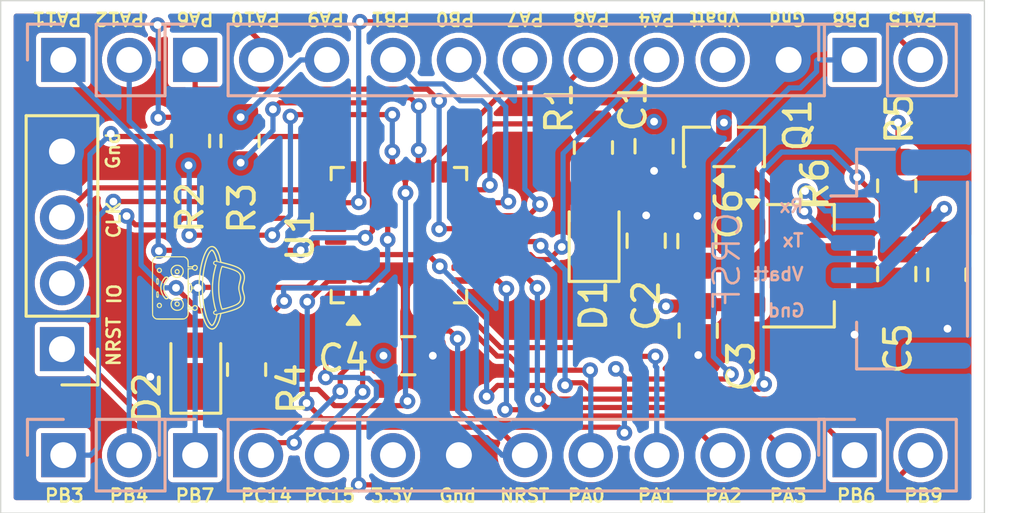
<source format=kicad_pcb>
(kicad_pcb (version 20241229) (generator "pcbnew") (generator_version "9.0")
  (layers (0 "F.Cu" signal) (4 "In1.Cu" power "In1.Cu Gnd") (6 "In2.Cu" power "In2.Cu Vcc") (2 "B.Cu" signal) (13 "F.Paste" user) (15 "B.Paste" user) (5 "F.SilkS" user "F.Silkscreen") (7 "B.SilkS" user "B.Silkscreen") (1 "F.Mask" user) (3 "B.Mask" user) (25 "Edge.Cuts" user))
  (net 0 "")
  (net 1 "+5V")
  (net 2 "Net-(Q1-S)")
  (net 3 "+3.3V")
  (net 4 "GND")
  (net 5 "/VBatt_PA5")
  (net 6 "Net-(D1-A)")
  (net 7 "Net-(D2-A)")
  (net 8 "/PA1")
  (net 9 "/PC15")
  (net 10 "/PA0")
  (net 11 "/PA2")
  (net 12 "/PB7_RX_LP2")
  (net 13 "/NRST")
  (net 14 "/IN1_PC14")
  (net 15 "/PA3")
  (net 16 "/PA9_TX_1")
  (net 17 "/PA7")
  (net 18 "/PB0")
  (net 19 "/PA6")
  (net 20 "/PA10_RX_1")
  (net 21 "/PA4")
  (net 22 "/PA8")
  (net 23 "/PB1")
  (net 24 "/SWCLK")
  (net 25 "/SWDIO")
  (net 26 "/PB4_RX_5")
  (net 27 "/PB3_TX_5")
  (net 28 "/PB6_TX_LP2")
  (net 29 "/IN0_PB9")
  (net 30 "/PA12_I2C2_SDA")
  (net 31 "/PA11_I2C2_SCL")
  (net 32 "/PB8_TX_3{slash}6")
  (net 33 "/DEBUG_PA15")
  (net 34 "/LED_PB2")
  (net 35 "/PA10")
  (net 36 "/PA9")
  (net 37 "/LED2_PC6")
  (footprint "Capacitor_SMD:C_0805_2012Metric" (layer "F.Cu") (at 157.8356 98.4777 -90)
    (property "Reference" "C5")
    (property "Value" "100nF")
  )
  (footprint "Resistor_SMD:R_0805_2012Metric" (layer "F.Cu") (at 132.7912 102.1607 90)
    (property "Reference" "R4")
    (property "Value" "390R")
  )
  (footprint "LED_SMD:LED_0805_2012Metric" (layer "F.Cu") (at 146.177 97.0765 90)
    (property "Reference" "D1")
    (property "Value" "LED")
  )
  (footprint "Resistor_SMD:R_0805_2012Metric" (layer "F.Cu") (at 159.766 98.5031 -90)
    (property "Reference" "R6")
    (property "Value" "1K")
  )
  (footprint "Capacitor_SMD:C_0805_2012Metric" (layer "F.Cu") (at 148.4884 93.5482 -90)
    (property "Reference" "C1")
    (property "Value" "100nF")
  )
  (footprint "Capacitor_SMD:C_0805_2012Metric" (layer "F.Cu") (at 150.1892 100.6602 -90)
    (property "Reference" "C3")
    (property "Value" "100nF")
  )
  (footprint "LED_SMD:LED_0805_2012Metric" (layer "F.Cu") (at 130.8354 102.1588 90)
    (property "Reference" "D2")
    (property "Value" "LED")
  )
  (footprint "Package_DFN_QFN:UQFN-32_5x5mm_P0.5mm" (layer "F.Cu") (at 138.6586 96.9772 90)
    (property "Reference" "U1")
    (property "Value" "STM32G0B1KETx")
  )
  (footprint "Package_TO_SOT_SMD:SOT-23" (layer "F.Cu") (at 151.1808 93.5736 90)
    (property "Reference" "Q1")
    (property "Value" "AO3401A")
  )
  (footprint "Capacitor_SMD:C_0805_2012Metric" (layer "F.Cu") (at 139.0142 101.6254)
    (property "Reference" "C4")
    (property "Value" "1µF")
  )
  (footprint "Resistor_SMD:R_0805_2012Metric" (layer "F.Cu") (at 130.6322 93.345 -90)
    (property "Reference" "R2")
    (property "Value" "470R")
  )
  (footprint "Package_TO_SOT_SMD:SOT-89-3" (layer "F.Cu") (at 154.0706 98.1577)
    (property "Reference" "U2" (hide yes))
    (property "Value" "HT7533-1-SOT89")
  )
  (footprint "Resistor_SMD:R_0805_2012Metric" (layer "F.Cu") (at 132.5372 93.345 -90)
    (property "Reference" "R3")
    (property "Value" "470R")
  )
  (footprint "Logos:wmlogo_5mm" (layer "F.Cu") (at 130.937 99.0092 -90)
    (property "Reference" "G***" (hide yes))
    (property "Value" "LOGO" (hide yes))
  )
  (footprint "Resistor_SMD:R_0805_2012Metric" (layer "F.Cu") (at 157.8356 95.0722 -90)
    (property "Reference" "R5")
    (property "Value" "12K")
  )
  (footprint "Capacitor_SMD:C_0805_2012Metric" (layer "F.Cu") (at 150.1384 97.2058 90)
    (property "Reference" "C6")
    (property "Value" "100nF")
  )
  (footprint "Resistor_SMD:R_0805_2012Metric" (layer "F.Cu") (at 146.1516 93.599 -90)
    (property "Reference" "R1")
    (property "Value" "390R")
  )
  (footprint "Connector_PinHeader_2.54mm:PinHeader_1x04_P2.54mm_Vertical" (layer "F.Cu") (at 125.6792 101.3714 180)
    (property "Reference" "J3" (hide yes))
    (property "Value" "SWD")
  )
  (footprint "Capacitor_SMD:C_0805_2012Metric" (layer "F.Cu") (at 148.1836 97.1911 90)
    (property "Reference" "C2")
    (property "Value" "1µF")
  )
  (footprint "Connector_PinHeader_2.54mm:PinHeader_1x10_P2.54mm_Vertical" (layer "B.Cu") (at 130.81 90.2208 -90)
    (property "Reference" "J2" (hide yes))
    (property "Value" "Header_2")
  )
  (footprint "Connector_PinHeader_2.54mm:PinHeader_1x10_P2.54mm_Vertical" (layer "B.Cu") (at 130.81 105.4608 -90)
    (property "Reference" "J1" (hide yes))
    (property "Value" "Header_1")
  )
  (footprint "Connector_PinHeader_2.54mm:PinHeader_1x02_P2.54mm_Vertical" (layer "B.Cu") (at 156.21 105.4608 -90)
    (property "Reference" "J5" (hide yes))
    (property "Value" "Header_4")
  )
  (footprint "Connector_JST:JST_GH_SM04B-GHS-TB_1x04-1MP_P1.25mm_Horizontal" (layer "B.Cu") (at 158 97.9 -90)
    (property "Reference" "J8" (hide yes))
    (property "Value" "CRSF")
  )
  (footprint "Connector_PinHeader_2.54mm:PinHeader_1x02_P2.54mm_Vertical" (layer "B.Cu") (at 156.21 90.2208 -90)
    (property "Reference" "J7" (hide yes))
    (property "Value" "Header_6")
  )
  (footprint "Connector_PinHeader_2.54mm:PinHeader_1x02_P2.54mm_Vertical" (layer "B.Cu") (at 125.73 90.2208 -90)
    (property "Reference" "J6" (hide yes))
    (property "Value" "Header_5")
  )
  (footprint "Connector_PinHeader_2.54mm:PinHeader_1x02_P2.54mm_Vertical" (layer "B.Cu") (at 125.73 105.4608 -90)
    (property "Reference" "J4" (hide yes))
    (property "Value" "Header_3")
  )
  (gr_rect (start 123.317 87.9348) (end 161.2138 107.696) (stroke (width 0.05)) (fill no) (layer "Edge.Cuts"))
  (gr_text "CLK" (at 127.9652 97.155 90) (layer "F.SilkS") (effects (font (size 0.5 0.5) (thickness 0.1) (bold yes)) (justify left bottom)))
  (gr_text "PA7" (at 144.2974 88.3412 180) (layer "F.SilkS") (effects (font (size 0.5 0.5) (thickness 0.1) (bold yes)) (justify left bottom)))
  (gr_text "PA11" (at 126.492 88.3412 180) (layer "F.SilkS") (effects (font (size 0.5 0.5) (thickness 0.1) (bold yes)) (justify left bottom)))
  (gr_text "Gnd" (at 140.1572 107.315 0) (layer "F.SilkS") (effects (font (size 0.5 0.5) (thickness 0.1) (bold yes)) (justify left bottom)))
  (gr_text "PA2\n" (at 150.3934 107.315 0) (layer "F.SilkS") (effects (font (size 0.5 0.5) (thickness 0.1) (bold yes)) (justify left bottom)))
  (gr_text "PA8" (at 146.8374 88.3412 180) (layer "F.SilkS") (effects (font (size 0.5 0.5) (thickness 0.1) (bold yes)) (justify left bottom)))
  (gr_text "NRST" (at 142.494 107.315 0) (layer "F.SilkS") (effects (font (size 0.5 0.5) (thickness 0.1) (bold yes)) (justify left bottom)))
  (gr_text "PB8" (at 156.8958 88.3412 180) (layer "F.SilkS") (effects (font (size 0.5 0.5) (thickness 0.1) (bold yes)) (justify left bottom)))
  (gr_text "Gnd" (at 127.9398 94.488 90) (layer "F.SilkS") (effects (font (size 0.5 0.5) (thickness 0.1) (bold yes)) (justify left bottom)))
  (gr_text "3.3V" (at 137.5156 107.315 0) (layer "F.SilkS") (effects (font (size 0.5 0.5) (thickness 0.1) (bold yes)) (justify left bottom)))
  (gr_text "PA4" (at 149.352 88.3412 180) (layer "F.SilkS") (effects (font (size 0.5 0.5) (thickness 0.1) (bold yes)) (justify left bottom)))
  (gr_text "NRST" (at 127.9652 102.0826 90) (layer "F.SilkS") (effects (font (size 0.5 0.5) (thickness 0.1) (bold yes)) (justify left bottom)))
  (gr_text "IO" (at 127.9906 99.695 90) (layer "F.SilkS") (effects (font (size 0.5 0.5) (thickness 0.1) (bold yes)) (justify left bottom)))
  (gr_text "PA6" (at 131.572 88.3412 180) (layer "F.SilkS") (effects (font (size 0.5 0.5) (thickness 0.1) (bold yes)) (justify left bottom)))
  (gr_text "PB7" (at 129.9972 107.315 0) (layer "F.SilkS") (effects (font (size 0.5 0.5) (thickness 0.1) (bold yes)) (justify left bottom)))
  (gr_text "Vbatt" (at 151.8412 88.3412 180) (layer "F.SilkS") (effects (font (size 0.5 0.5) (thickness 0.1) (bold yes)) (justify left bottom)))
  (gr_text "PA15" (at 159.4612 88.3412 180) (layer "F.SilkS") (effects (font (size 0.5 0.5) (thickness 0.1) (bold yes)) (justify left bottom)))
  (gr_text "Gnd" (at 154.3812 88.3412 180) (layer "F.SilkS") (effects (font (size 0.5 0.5) (thickness 0.1) (bold yes)) (justify left bottom)))
  (gr_text "PB6" (at 155.4734 107.315 0) (layer "F.SilkS") (effects (font (size 0.5 0.5) (thickness 0.1) (bold yes)) (justify left bottom)))
  (gr_text "PA3" (at 152.8826 107.315 0) (layer "F.SilkS") (effects (font (size 0.5 0.5) (thickness 0.1) (bold yes)) (justify left bottom)))
  (gr_text "PB1" (at 139.1412 88.3412 180) (layer "F.SilkS") (effects (font (size 0.5 0.5) (thickness 0.1) (bold yes)) (justify left bottom)))
  (gr_text "PB9" (at 158.0642 107.315 0) (layer "F.SilkS") (effects (font (size 0.5 0.5) (thickness 0.1) (bold yes)) (justify left bottom)))
  (gr_text "PA12" (at 128.905 88.3412 180) (layer "F.SilkS") (effects (font (size 0.5 0.5) (thickness 0.1) (bold yes)) (justify left bottom)))
  (gr_text "PA10" (at 134.1374 88.3412 180) (layer "F.SilkS") (effects (font (size 0.5 0.5) (thickness 0.1) (bold yes)) (justify left bottom)))
  (gr_text "PC14" (at 132.5118 107.315 0) (layer "F.SilkS") (effects (font (size 0.5 0.5) (thickness 0.1) (bold yes)) (justify left bottom)))
  (gr_text "PB3" (at 124.968 107.315 0) (layer "F.SilkS") (effects (font (size 0.5 0.5) (thickness 0.1) (bold yes)) (justify left bottom)))
  (gr_text "PA0" (at 145.1102 107.315 0) (layer "F.SilkS") (effects (font (size 0.5 0.5) (thickness 0.1) (bold yes)) (justify left bottom)))
  (gr_text "PB4\n" (at 127.4572 107.315 0) (layer "F.SilkS") (effects (font (size 0.5 0.5) (thickness 0.1) (bold yes)) (justify left bottom)))
  (gr_text "PA9" (at 136.6012 88.3412 180) (layer "F.SilkS") (effects (font (size 0.5 0.5) (thickness 0.1) (bold yes)) (justify left bottom)))
  (gr_text "PB0" (at 141.6304 88.3412 180) (layer "F.SilkS") (effects (font (size 0.5 0.5) (thickness 0.1) (bold yes)) (justify left bottom)))
  (gr_text "PC15" (at 134.9502 107.315 0) (layer "F.SilkS") (effects (font (size 0.5 0.5) (thickness 0.1) (bold yes)) (justify left bottom)))
  (gr_text "PA1\n" (at 147.8026 107.315 0) (layer "F.SilkS") (effects (font (size 0.5 0.5) (thickness 0.1) (bold yes)) (justify left bottom)))
  (gr_text "Rx" (at 154.3 96.15 0) (layer "B.SilkS") (effects (font (size 0.5 0.5) (thickness 0.1)) (justify left bottom mirror)))
  (gr_text "Tx" (at 154.3 97.475 0) (layer "B.SilkS") (effects (font (size 0.5 0.5) (thickness 0.1)) (justify left bottom mirror)))
  (gr_text "Gnd" (at 154.35 100.175 0) (layer "B.SilkS") (effects (font (size 0.5 0.5) (thickness 0.1)) (justify left bottom mirror)))
  (gr_text "CRSF" (at 151.875 96 90) (layer "B.SilkS") (effects (font (size 1 1) (thickness 0.1)) (justify left bottom mirror)))
  (gr_text "Vbatt" (at 154.3 98.775 0) (layer "B.SilkS") (effects (font (size 0.5 0.5) (thickness 0.1)) (justify left bottom mirror)))
  (segment (start 151.13 90.3224) (end 151.4348 90.6272) (width 0.2) (layer "F.Cu") (net 1))
  (segment (start 157.8845 94.1597) (end 157.8356 94.1597) (width 0.2) (layer "F.Cu") (net 1))
  (segment (start 157.8864 92.6338) (end 157.8845 94.1597) (width 0.2) (layer "F.Cu") (net 1))
  (segment (start 151.13 92.5853) (end 151.1808 92.6361) (width 0.5) (layer "F.Cu") (net 1))
  (segment (start 151.13 90.2208) (end 151.13 90.3224) (width 0.2) (layer "F.Cu") (net 1))
  (via (at 151.1808 92.6361) (size 0.6) (drill 0.3) (layers "F.Cu" "B.Cu") (net 1))
  (via (at 157.8864 92.6338) (size 0.6) (drill 0.3) (layers "F.Cu" "B.Cu") (net 1))
  (via (at 148.4884 92.5982) (size 0.6) (drill 0.3) (layers "F.Cu" "B.Cu") (net 1))
  (via (at 159.6644 95.9612) (size 0.6) (drill 0.3) (layers "F.Cu" "B.Cu") (net 1))
  (segment (start 156.167 98.542) (end 157.0836 98.542) (width 0.5) (layer "B.Cu") (net 1))
  (segment (start 157.0836 98.542) (end 159.6644 95.9612) (width 0.5) (layer "B.Cu") (net 1))
  (segment (start 156.15 98.525) (end 156.167 98.542) (width 0.5) (layer "B.Cu") (net 1))
  (segment (start 148.1983 98.1558) (end 148.1836 98.1411) (width 0.5) (layer "F.Cu") (net 2))
  (segment (start 152.2081 98.1577) (end 150.1403 98.1577) (width 0.5) (layer "F.Cu") (net 2))
  (segment (start 150.1403 98.1577) (end 150.1384 98.1558) (width 0.5) (layer "F.Cu") (net 2))
  (segment (start 152.1308 94.5111) (end 153.1486 95.5289) (width 0.5) (layer "F.Cu") (net 2))
  (segment (start 150.1384 98.1558) (end 148.1983 98.1558) (width 0.5) (layer "F.Cu") (net 2))
  (segment (start 153.1486 97.2172) (end 152.2081 98.1577) (width 0.5) (layer "F.Cu") (net 2))
  (segment (start 153.1486 95.5289) (end 153.1486 97.2172) (width 0.5) (layer "F.Cu") (net 2))
  (segment (start 138.4086 99.4147) (end 138.4086 101.281) (width 0.2) (layer "F.Cu") (net 3))
  (segment (start 150.2417 99.6577) (end 150.1892 99.7102) (width 0.5) (layer "F.Cu") (net 3))
  (segment (start 138.4086 101.281) (end 138.0642 101.6254) (width 0.2) (layer "F.Cu") (net 3))
  (segment (start 148.9558 99.7102) (end 148.9456 99.7204) (width 0.5) (layer "F.Cu") (net 3))
  (segment (start 138.4198 105.4506) (end 138.43 105.4608) (width 0.5) (layer "F.Cu") (net 3))
  (segment (start 150.1892 99.7102) (end 148.9558 99.7102) (width 0.5) (layer "F.Cu") (net 3))
  (segment (start 152.1206 99.6577) (end 150.2417 99.6577) (width 0.5) (layer "F.Cu") (net 3))
  (via (at 148.9456 99.7204) (size 0.6) (drill 0.3) (layers "F.Cu" "B.Cu") (net 3))
  (via (at 138.0642 101.6254) (size 0.6) (drill 0.3) (layers "F.Cu" "B.Cu") (net 3))
  (segment (start 138.4198 105.4506) (end 138.43 105.4608) (width 0.5) (layer "B.Cu") (net 3))
  (segment (start 146.177 98.014) (end 147.9499 96.2411) (width 0.2) (layer "F.Cu") (net 4))
  (segment (start 159.7539 99.4277) (end 159.766 99.4156) (width 0.2) (layer "F.Cu") (net 4))
  (segment (start 150.1384 96.2558) (end 151.7187 96.2558) (width 0.5) (layer "F.Cu") (net 4))
  (segment (start 150.1892 101.601) (end 150.1902 101.6) (width 0.5) (layer "F.Cu") (net 4))
  (segment (start 138.9086 100.5698) (end 139.9642 101.6254) (width 0.2) (layer "F.Cu") (net 4))
  (segment (start 159.766 100.5586) (end 159.7914 100.584) (width 0.2) (layer "F.Cu") (net 4))
  (segment (start 130.8354 103.0963) (end 129.7409 103.0963) (width 0.2) (layer "F.Cu") (net 4))
  (segment (start 138.9086 99.4147) (end 138.9086 100.5698) (width 0.2) (layer "F.Cu") (net 4))
  (segment (start 159.766 99.4156) (end 159.766 100.5586) (width 0.2) (layer "F.Cu") (net 4))
  (segment (start 147.9499 96.2411) (end 148.1836 96.2411) (width 0.2) (layer "F.Cu") (net 4))
  (segment (start 150.1384 96.2558) (end 148.1983 96.2558) (width 0.5) (layer "F.Cu") (net 4))
  (segment (start 157.8356 99.4277) (end 159.7539 99.4277) (width 0.2) (layer "F.Cu") (net 4))
  (segment (start 129.0805 102.4359) (end 129.0828 102.4382) (width 0.2) (layer "F.Cu") (net 4))
  (segment (start 129.7409 103.0963) (end 129.0828 102.4382) (width 0.2) (layer "F.Cu") (net 4))
  (segment (start 148.1983 96.2558) (end 148.1836 96.2411) (width 0.5) (layer "F.Cu") (net 4))
  (segment (start 151.7187 96.2558) (end 152.1206 96.6577) (width 0.5) (layer "F.Cu") (net 4))
  (segment (start 150.2308 96.1634) (end 150.1592 96.235) (width 0.5) (layer "F.Cu") (net 4))
  (segment (start 148.1836 96.2411) (end 148.1836 96.2152) (width 0.5) (layer "F.Cu") (net 4))
  (segment (start 150.2308 94.5111) (end 150.2308 96.1634) (width 0.5) (layer "F.Cu") (net 4))
  (segment (start 150.1892 101.6102) (end 150.1892 101.601) (width 0.5) (layer "F.Cu") (net 4))
  (segment (start 150.1592 96.235) (end 150.1384 96.2558) (width 0.5) (layer "F.Cu") (net 4))
  (via (at 139.9642 101.6254) (size 0.6) (drill 0.3) (layers "F.Cu" "B.Cu") (net 4))
  (via (at 159.7914 100.584) (size 0.6) (drill 0.3) (layers "F.Cu" "B.Cu") (net 4))
  (via (at 129.0828 102.4382) (size 0.6) (drill 0.3) (layers "F.Cu" "B.Cu") (net 4))
  (via (at 156.21 100.8126) (size 0.6) (drill 0.3) (layers "F.Cu" "B.Cu") (net 4))
  (via (at 148.1836 96.2152) (size 0.6) (drill 0.3) (layers "F.Cu" "B.Cu") (net 4))
  (via (at 148.4884 94.4982) (size 0.6) (drill 0.3) (layers "F.Cu" "B.Cu") (net 4))
  (via (at 150.1902 101.6) (size 0.6) (drill 0.3) (layers "F.Cu" "B.Cu") (net 4))
  (via (at 150.1592 96.235) (size 0.6) (drill 0.3) (layers "F.Cu" "B.Cu") (net 4))
  (segment (start 156.2142 100.8084) (end 156.21 100.8126) (width 0.2) (layer "B.Cu") (net 4))
  (segment (start 156.15 99.775) (end 156.2142 99.8392) (width 0.5) (layer "B.Cu") (net 4))
  (segment (start 156.2142 99.8392) (end 156.2142 100.8084) (width 0.5) (layer "B.Cu") (net 4))
  (segment (start 152.5324 102.9154) (end 152.7302 102.7176) (width 0.2) (layer "F.Cu") (net 5))
  (segment (start 157.8356 97.5277) (end 159.7031 97.5277) (width 0.2) (layer "F.Cu") (net 5))
  (segment (start 145.0594 102.7684) (end 145.1578 102.67) (width 0.2) (layer "F.Cu") (net 5))
  (segment (start 159.7031 97.5277) (end 159.766 97.5906) (width 0.2) (layer "F.Cu") (net 5))
  (segment (start 157.5543 95.9847) (end 157.8356 95.9847) (width 0.2) (layer "F.Cu") (net 5))
  (segment (start 145.753648 102.67) (end 145.999048 102.9154) (width 0.2) (layer "F.Cu") (net 5))
  (segment (start 145.999048 102.9154) (end 152.5324 102.9154) (width 0.2) (layer "F.Cu") (net 5))
  (segment (start 141.0961 97.2272) (end 143.9632 97.2272) (width 0.2) (layer "F.Cu") (net 5))
  (segment (start 156.3116 94.742) (end 157.5543 95.9847) (width 0.2) (layer "F.Cu") (net 5))
  (segment (start 157.7575 96.0628) (end 157.8356 95.9847) (width 0.2) (layer "F.Cu") (net 5))
  (segment (start 143.9632 97.2272) (end 144.1196 97.3836) (width 0.2) (layer "F.Cu") (net 5))
  (segment (start 157.8356 95.9847) (end 157.8356 97.5277) (width 0.2) (layer "F.Cu") (net 5))
  (segment (start 145.1578 102.67) (end 145.753648 102.67) (width 0.2) (layer "F.Cu") (net 5))
  (via (at 145.0594 102.7684) (size 0.6) (drill 0.3) (layers "F.Cu" "B.Cu") (net 5))
  (via (at 144.1196 97.3836) (size 0.6) (drill 0.3) (layers "F.Cu" "B.Cu") (net 5))
  (via (at 156.3116 94.742) (size 0.6) (drill 0.3) (layers "F.Cu" "B.Cu") (net 5))
  (via (at 152.7302 102.7176) (size 0.6) (drill 0.3) (layers "F.Cu" "B.Cu") (net 5))
  (segment (start 152.65 94.525) (end 152.65 102.6374) (width 0.2) (layer "B.Cu") (net 5))
  (segment (start 155.3446 93.775) (end 153.4 93.775) (width 0.2) (layer "B.Cu") (net 5))
  (segment (start 153.4 93.775) (end 152.65 94.525) (width 0.2) (layer "B.Cu") (net 5))
  (segment (start 152.65 102.6374) (end 152.7302 102.7176) (width 0.2) (layer "B.Cu") (net 5))
  (segment (start 156.3116 94.742) (end 155.3446 93.775) (width 0.2) (layer "B.Cu") (net 5))
  (segment (start 145.0594 98.3234) (end 145.0594 102.7684) (width 0.2) (layer "B.Cu") (net 5))
  (segment (start 144.1196 97.3836) (end 145.0594 98.3234) (width 0.2) (layer "B.Cu") (net 5))
  (segment (start 146.1516 94.5115) (end 146.1516 96.1136) (width 0.2) (layer "F.Cu") (net 6))
  (segment (start 146.1516 96.1136) (end 146.177 96.139) (width 0.2) (layer "F.Cu") (net 6))
  (segment (start 132.7643 101.2213) (end 132.7912 101.2482) (width 0.2) (layer "F.Cu") (net 7))
  (segment (start 130.8354 101.2213) (end 132.7643 101.2213) (width 0.2) (layer "F.Cu") (net 7))
  (segment (start 147.451839 101.6508) (end 148.5392 101.6508) (width 0.2) (layer "F.Cu") (net 8))
  (segment (start 140.679595 99.4147) (end 142.580095 101.3152) (width 0.2) (layer "F.Cu") (net 8))
  (segment (start 140.4086 99.4147) (end 140.679595 99.4147) (width 0.2) (layer "F.Cu") (net 8))
  (segment (start 147.116239 101.3152) (end 147.451839 101.6508) (width 0.2) (layer "F.Cu") (net 8))
  (segment (start 142.580095 101.3152) (end 147.116239 101.3152) (width 0.2) (layer "F.Cu") (net 8))
  (via (at 148.5392 101.6508) (size 0.6) (drill 0.3) (layers "F.Cu" "B.Cu") (net 8))
  (segment (start 148.5392 102.0318) (end 148.59 102.0826) (width 0.2) (layer "B.Cu") (net 8))
  (segment (start 148.5392 101.6508) (end 148.5392 102.0318) (width 0.2) (layer "B.Cu") (net 8))
  (segment (start 148.59 102.0826) (end 148.59 105.4608) (width 0.2) (layer "B.Cu") (net 8))
  (segment (start 137.9086 100.373078) (end 137.3362 100.945478) (width 0.2) (layer "F.Cu") (net 9))
  (segment (start 137.3362 100.945478) (end 137.3362 101.891496) (width 0.2) (layer "F.Cu") (net 9))
  (segment (start 137.3362 101.891496) (end 137.2616 101.966096) (width 0.2) (layer "F.Cu") (net 9))
  (segment (start 137.9086 99.4147) (end 137.9086 100.373078) (width 0.2) (layer "F.Cu") (net 9))
  (segment (start 137.2616 101.966096) (end 137.2616 103.0224) (width 0.2) (layer "F.Cu") (net 9))
  (segment (start 137.411188 103.0224) (end 137.2616 103.0224) (width 0.2) (layer "F.Cu") (net 9))
  (segment (start 137.4586 102.974988) (end 137.411188 103.0224) (width 0.2) (layer "F.Cu") (net 9))
  (via (at 137.2616 103.0224) (size 0.6) (drill 0.3) (layers "F.Cu" "B.Cu") (net 9))
  (segment (start 137.2616 103.0224) (end 135.89 104.394) (width 0.2) (layer "B.Cu") (net 9))
  (segment (start 135.89 104.394) (end 135.89 105.4608) (width 0.2) (layer "B.Cu") (net 9))
  (segment (start 139.9086 99.4147) (end 139.9086 99.827199) (width 0.2) (layer "F.Cu") (net 10))
  (segment (start 140.426801 100.3454) (end 141.147847 100.3454) (width 0.2) (layer "F.Cu") (net 10))
  (segment (start 139.9086 99.827199) (end 140.426801 100.3454) (width 0.2) (layer "F.Cu") (net 10))
  (segment (start 143.449095 102.1842) (end 146.0246 102.1842) (width 0.2) (layer "F.Cu") (net 10))
  (segment (start 142.907095 101.6422) (end 143.449095 102.1842) (width 0.2) (layer "F.Cu") (net 10))
  (segment (start 141.147847 100.3454) (end 142.444647 101.6422) (width 0.2) (layer "F.Cu") (net 10))
  (segment (start 142.444647 101.6422) (end 142.907095 101.6422) (width 0.2) (layer "F.Cu") (net 10))
  (via (at 146.0246 102.1842) (size 0.6) (drill 0.3) (layers "F.Cu" "B.Cu") (net 10))
  (segment (start 146.05 102.2096) (end 146.05 105.4608) (width 0.2) (layer "B.Cu") (net 10))
  (segment (start 146.0246 102.1842) (end 146.05 102.2096) (width 0.2) (layer "B.Cu") (net 10))
  (segment (start 143.505161 103.7082) (end 143.748761 103.9518) (width 0.2) (layer "F.Cu") (net 11))
  (segment (start 142.4826 98.7272) (end 142.7988 99.0434) (width 0.2) (layer "F.Cu") (net 11))
  (segment (start 143.748761 103.9518) (end 149.621 103.9518) (width 0.2) (layer "F.Cu") (net 11))
  (segment (start 141.0961 98.7272) (end 142.4826 98.7272) (width 0.2) (layer "F.Cu") (net 11))
  (segment (start 149.621 103.9518) (end 151.13 105.4608) (width 0.2) (layer "F.Cu") (net 11))
  (segment (start 142.748 103.7082) (end 143.505161 103.7082) (width 0.2) (layer "F.Cu") (net 11))
  (via (at 142.748 103.7082) (size 0.6) (drill 0.3) (layers "F.Cu" "B.Cu") (net 11))
  (via (at 142.7988 99.0434) (size 0.6) (drill 0.3) (layers "F.Cu" "B.Cu") (net 11))
  (segment (start 142.7988 103.6574) (end 142.748 103.7082) (width 0.2) (layer "B.Cu") (net 11))
  (segment (start 142.7988 99.0434) (end 142.7988 103.6574) (width 0.2) (layer "B.Cu") (net 11))
  (segment (start 130.9316 98.9892) (end 135.134038 98.9892) (width 0.2) (layer "F.Cu") (net 12))
  (segment (start 130.9116 99.0092) (end 130.9316 98.9892) (width 0.2) (layer "F.Cu") (net 12))
  (segment (start 135.896038 98.2272) (end 136.2211 98.2272) (width 0.2) (layer "F.Cu") (net 12))
  (segment (start 135.134038 98.9892) (end 135.896038 98.2272) (width 0.2) (layer "F.Cu") (net 12))
  (segment (start 130.9436 98.9772) (end 130.9116 99.0092) (width 0.2) (layer "F.Cu") (net 12))
  (via (at 130.9116 99.0092) (size 0.6) (drill 0.3) (layers "F.Cu" "B.Cu") (net 12))
  (segment (start 130.9116 99.0092) (end 130.81 99.1108) (width 0.2) (layer "B.Cu") (net 12))
  (segment (start 130.81 99.1108) (end 130.81 105.4608) (width 0.2) (layer "B.Cu") (net 12))
  (segment (start 140.6266 100.6724) (end 140.9192 100.965) (width 0.2) (layer "F.Cu") (net 13))
  (segment (start 128.778 104.013) (end 131.445 104.013) (width 0.2) (layer "F.Cu") (net 13))
  (segment (start 131.8148 104.3828) (end 142.213447 104.3828) (width 0.2) (layer "F.Cu") (net 13))
  (segment (start 131.445 104.013) (end 131.8148 104.3828) (width 0.2) (layer "F.Cu") (net 13))
  (segment (start 139.4086 99.4147) (end 139.4086 99.827199) (width 0.2) (layer "F.Cu") (net 13))
  (segment (start 139.4086 99.827199) (end 140.253801 100.6724) (width 0.2) (layer "F.Cu") (net 13))
  (segment (start 140.419122 100.6724) (end 140.6266 100.6724) (width 0.2) (layer "F.Cu") (net 13))
  (segment (start 142.213447 104.3828) (end 142.393847 104.5632) (width 0.2) (layer "F.Cu") (net 13))
  (segment (start 142.393847 104.5632) (end 142.6124 104.5632) (width 0.2) (layer "F.Cu") (net 13))
  (segment (start 126.1364 101.3714) (end 128.778 104.013) (width 0.2) (layer "F.Cu") (net 13))
  (segment (start 140.253801 100.6724) (end 140.419122 100.6724) (width 0.2) (layer "F.Cu") (net 13))
  (segment (start 125.6792 101.3714) (end 126.1364 101.3714) (width 0.2) (layer "F.Cu") (net 13))
  (segment (start 142.6124 104.5632) (end 143.51 105.4608) (width 0.2) (layer "F.Cu") (net 13))
  (via (at 140.9192 100.965) (size 0.6) (drill 0.3) (layers "F.Cu" "B.Cu") (net 13))
  (segment (start 142.6358 105.4608) (end 143.51 105.4608) (width 0.2) (layer "B.Cu") (net 13))
  (segment (start 140.9192 103.7442) (end 142.6358 105.4608) (width 0.2) (layer "B.Cu") (net 13))
  (segment (start 140.9192 100.965) (end 140.9192 103.7442) (width 0.2) (layer "B.Cu") (net 13))
  (segment (start 137.4086 100.41063) (end 137.0092 100.81003) (width 0.2) (layer "F.Cu") (net 14))
  (segment (start 137.0092 101.756048) (end 136.398 102.367248) (width 0.2) (layer "F.Cu") (net 14))
  (segment (start 133.8326 104.9782) (end 133.35 105.4608) (width 0.2) (layer "F.Cu") (net 14))
  (segment (start 134.62 104.9782) (end 133.8326 104.9782) (width 0.2) (layer "F.Cu") (net 14))
  (segment (start 137.0092 100.81003) (end 137.0092 101.756048) (width 0.2) (layer "F.Cu") (net 14))
  (segment (start 137.4086 99.4147) (end 137.4086 100.41063) (width 0.2) (layer "F.Cu") (net 14))
  (segment (start 136.398 102.367248) (end 136.398 102.997) (width 0.2) (layer "F.Cu") (net 14))
  (via (at 136.398 102.997) (size 0.6) (drill 0.3) (layers "F.Cu" "B.Cu") (net 14))
  (via (at 134.62 104.9782) (size 0.6) (drill 0.3) (layers "F.Cu" "B.Cu") (net 14))
  (segment (start 136.398 102.997) (end 134.62 104.775) (width 0.2) (layer "B.Cu") (net 14))
  (segment (start 134.62 104.775) (end 134.62 104.9782) (width 0.2) (layer "B.Cu") (net 14))
  (segment (start 141.0961 98.2272) (end 143.2106 98.2272) (width 0.2) (layer "F.Cu") (net 15))
  (segment (start 144.018 103.3018) (end 144.3396 103.6234) (width 0.2) (layer "F.Cu") (net 15))
  (segment (start 144.3396 103.6234) (end 151.8326 103.6234) (width 0.2) (layer "F.Cu") (net 15))
  (segment (start 143.2106 98.2272) (end 143.9926 99.0092) (width 0.2) (layer "F.Cu") (net 15))
  (segment (start 151.8326 103.6234) (end 153.67 105.4608) (width 0.2) (layer "F.Cu") (net 15))
  (via (at 144.018 103.3018) (size 0.6) (drill 0.3) (layers "F.Cu" "B.Cu") (net 15))
  (via (at 143.9926 99.0092) (size 0.6) (drill 0.3) (layers "F.Cu" "B.Cu") (net 15))
  (segment (start 143.9926 103.2764) (end 144.018 103.3018) (width 0.2) (layer "B.Cu") (net 15))
  (segment (start 143.9926 99.0092) (end 143.9926 103.2764) (width 0.2) (layer "B.Cu") (net 15))
  (segment (start 132.5372 92.4325) (end 132.5607 92.4325) (width 0.2) (layer "F.Cu") (net 16))
  (segment (start 132.5607 92.4325) (end 132.5626 92.4306) (width 0.2) (layer "F.Cu") (net 16))
  (via (at 154.2796 96.0628) (size 0.6) (drill 0.3) (layers "F.Cu" "B.Cu") (net 16))
  (via (at 132.5626 92.4306) (size 0.6) (drill 0.3) (layers "F.Cu" "B.Cu") (net 16))
  (segment (start 132.5626 92.4306) (end 132.664723 92.4306) (width 0.2) (layer "B.Cu") (net 16))
  (segment (start 156.15 97.275) (end 156.133 97.292) (width 0.2) (layer "B.Cu") (net 16))
  (segment (start 132.664723 92.4306) (end 134.874523 90.2208) (width 0.2) (layer "B.Cu") (net 16))
  (segment (start 155.5088 97.292) (end 154.2796 96.0628) (width 0.2) (layer "B.Cu") (net 16))
  (segment (start 134.874523 90.2208) (end 135.89 90.2208) (width 0.2) (layer "B.Cu") (net 16))
  (segment (start 156.133 97.292) (end 155.5088 97.292) (width 0.2) (layer "B.Cu") (net 16))
  (segment (start 143.6504 96.2272) (end 144.0942 95.7834) (width 0.2) (layer "F.Cu") (net 17))
  (segment (start 144.088 95.7772) (end 144.0942 95.7834) (width 0.2) (layer "F.Cu") (net 17))
  (segment (start 141.0961 96.2272) (end 143.6504 96.2272) (width 0.2) (layer "F.Cu") (net 17))
  (via (at 144.0942 95.7834) (size 0.6) (drill 0.3) (layers "F.Cu" "B.Cu") (net 17))
  (segment (start 144.0942 95.7834) (end 143.51 95.1992) (width 0.2) (layer "B.Cu") (net 17))
  (segment (start 143.51 95.1992) (end 143.51 90.2208) (width 0.2) (layer "B.Cu") (net 17))
  (segment (start 141.0961 95.7272) (end 142.8296 95.7272) (width 0.2) (layer "F.Cu") (net 18))
  (segment (start 142.8296 95.7272) (end 142.875 95.6818) (width 0.2) (layer "F.Cu") (net 18))
  (via (at 142.875 95.6818) (size 0.6) (drill 0.3) (layers "F.Cu" "B.Cu") (net 18))
  (segment (start 142.875 95.6818) (end 142.7734 95.5802) (width 0.2) (layer "B.Cu") (net 18))
  (segment (start 142.7734 95.5802) (end 142.7734 92.0242) (width 0.2) (layer "B.Cu") (net 18))
  (segment (start 142.7734 92.0242) (end 140.97 90.2208) (width 0.2) (layer "B.Cu") (net 18))
  (segment (start 140.2294 96.7272) (end 140.208 96.7486) (width 0.2) (layer "F.Cu") (net 19))
  (segment (start 139.7612 91.3488) (end 130.888 91.3488) (width 0.2) (layer "F.Cu") (net 19))
  (segment (start 141.0961 96.7272) (end 140.2294 96.7272) (width 0.2) (layer "F.Cu") (net 19))
  (segment (start 130.888 91.3488) (end 130.81 91.2708) (width 0.2) (layer "F.Cu") (net 19))
  (segment (start 140.208 91.7956) (end 139.7612 91.3488) (width 0.2) (layer "F.Cu") (net 19))
  (segment (start 130.81 91.2708) (end 130.81 90.2208) (width 0.2) (layer "F.Cu") (net 19))
  (via (at 140.208 96.7486) (size 0.6) (drill 0.3) (layers "F.Cu" "B.Cu") (net 19))
  (via (at 140.208 91.7956) (size 0.6) (drill 0.3) (layers "F.Cu" "B.Cu") (net 19))
  (segment (start 140.208 96.7486) (end 140.208 91.7956) (width 0.2) (layer "B.Cu") (net 19))
  (segment (start 132.6896 88.8746) (end 133.35 89.535) (width 0.2) (layer "F.Cu") (net 20))
  (segment (start 133.35 89.535) (end 133.35 90.2208) (width 0.2) (layer "F.Cu") (net 20))
  (segment (start 129.4111 92.4325) (end 129.3876 92.456) (width 0.2) (layer "F.Cu") (net 20))
  (segment (start 129.3622 88.8746) (end 132.6896 88.8746) (width 0.2) (layer "F.Cu") (net 20))
  (segment (start 130.6322 92.4325) (end 129.4111 92.4325) (width 0.2) (layer "F.Cu") (net 20))
  (via (at 129.3622 88.8746) (size 0.6) (drill 0.3) (layers "F.Cu" "B.Cu") (net 20))
  (via (at 154.305 95.2754) (size 0.6) (drill 0.3) (layers "F.Cu" "B.Cu") (net 20))
  (via (at 129.3876 92.456) (size 0.6) (drill 0.3) (layers "F.Cu" "B.Cu") (net 20))
  (segment (start 156.5402 96.0882) (end 156.5656 96.0628) (width 0.2) (layer "B.Cu") (net 20))
  (segment (start 156.133 96.042) (end 155.0716 96.042) (width 0.2) (layer "B.Cu") (net 20))
  (segment (start 129.3876 88.9) (end 129.3622 88.8746) (width 0.2) (layer "B.Cu") (net 20))
  (segment (start 155.0716 96.042) (end 154.305 95.2754) (width 0.2) (layer "B.Cu") (net 20))
  (segment (start 129.3876 92.456) (end 129.3876 88.9) (width 0.2) (layer "B.Cu") (net 20))
  (segment (start 156.15 96.025) (end 156.133 96.042) (width 0.2) (layer "B.Cu") (net 20))
  (segment (start 143.716495 97.7272) (end 143.906295 97.917) (width 0.2) (layer "F.Cu") (net 21))
  (segment (start 144.4498 97.917) (end 144.9324 97.4344) (width 0.2) (layer "F.Cu") (net 21))
  (segment (start 141.0961 97.7272) (end 143.716495 97.7272) (width 0.2) (layer "F.Cu") (net 21))
  (segment (start 143.906295 97.917) (end 144.4498 97.917) (width 0.2) (layer "F.Cu") (net 21))
  (via (at 144.9324 97.4344) (size 0.6) (drill 0.3) (layers "F.Cu" "B.Cu") (net 21))
  (segment (start 144.9832 97.3836) (end 144.9832 93.8276) (width 0.2) (layer "B.Cu") (net 21))
  (segment (start 144.9832 93.8276) (end 148.59 90.2208) (width 0.2) (layer "B.Cu") (net 21))
  (segment (start 144.9324 97.4344) (end 144.9832 97.3836) (width 0.2) (layer "B.Cu") (net 21))
  (segment (start 139.9086 94.214638) (end 142.824438 91.2988) (width 0.2) (layer "F.Cu") (net 22))
  (segment (start 142.824438 91.2988) (end 144.972 91.2988) (width 0.2) (layer "F.Cu") (net 22))
  (segment (start 144.972 91.2988) (end 146.05 90.2208) (width 0.2) (layer "F.Cu") (net 22))
  (segment (start 139.9086 94.5397) (end 139.9086 94.214638) (width 0.2) (layer "F.Cu") (net 22))
  (segment (start 141.9834 95.2272) (end 142.1638 95.0468) (width 0.2) (layer "F.Cu") (net 23))
  (segment (start 141.0961 95.2272) (end 141.9834 95.2272) (width 0.2) (layer "F.Cu") (net 23))
  (via (at 142.1638 95.0468) (size 0.6) (drill 0.3) (layers "F.Cu" "B.Cu") (net 23))
  (segment (start 142.1638 95.0468) (end 142.1638 92.1004) (width 0.2) (layer "B.Cu") (net 23))
  (segment (start 142.1638 92.1004) (end 141.859 91.7956) (width 0.2) (layer "B.Cu") (net 23))
  (segment (start 140.370277 91.1456) (end 139.3548 91.1456) (width 0.2) (layer "B.Cu") (net 23))
  (segment (start 141.859 91.7956) (end 141.020277 91.7956) (width 0.2) (layer "B.Cu") (net 23))
  (segment (start 141.020277 91.7956) (end 140.370277 91.1456) (width 0.2) (layer "B.Cu") (net 23))
  (segment (start 139.3548 91.1456) (end 138.43 90.2208) (width 0.2) (layer "B.Cu") (net 23))
  (segment (start 133.109722 95.2272) (end 136.2211 95.2272) (width 0.2) (layer "F.Cu") (net 24))
  (segment (start 133.036322 95.1538) (end 126.8168 95.1538) (width 0.2) (layer "F.Cu") (net 24))
  (segment (start 133.036322 95.1538) (end 133.109722 95.2272) (width 0.2) (layer "F.Cu") (net 24))
  (segment (start 126.8168 95.1538) (end 125.6792 96.2914) (width 0.2) (layer "F.Cu") (net 24))
  (segment (start 135.5419 93.173) (end 136.9086 94.5397) (width 0.2) (layer "F.Cu") (net 25))
  (segment (start 127.5588 93.0656) (end 127.6662 93.173) (width 0.2) (layer "F.Cu") (net 25))
  (segment (start 127.6662 93.173) (end 135.5419 93.173) (width 0.2) (layer "F.Cu") (net 25))
  (via (at 127.5588 93.0656) (size 0.6) (drill 0.3) (layers "F.Cu" "B.Cu") (net 25))
  (segment (start 126.7572 93.8672) (end 126.7572 97.7534) (width 0.2) (layer "B.Cu") (net 25))
  (segment (start 127.5588 93.0656) (end 126.7572 93.8672) (width 0.2) (layer "B.Cu") (net 25))
  (segment (start 126.7572 97.7534) (end 125.6792 98.8314) (width 0.2) (layer "B.Cu") (net 25))
  (segment (start 130.312161 96.3272) (end 130.062161 96.5772) (width 0.2) (layer "F.Cu") (net 26))
  (segment (start 128.505 96.5772) (end 128.1684 96.2406) (width 0.2) (layer "F.Cu") (net 26))
  (segment (start 134.2336 96.3272) (end 134.6336 96.7272) (width 0.2) (layer "F.Cu") (net 26))
  (segment (start 134.2336 96.3272) (end 130.312161 96.3272) (width 0.2) (layer "F.Cu") (net 26))
  (segment (start 134.6336 96.7272) (end 136.2211 96.7272) (width 0.2) (layer "F.Cu") (net 26))
  (segment (start 130.062161 96.5772) (end 128.505 96.5772) (width 0.2) (layer "F.Cu") (net 26))
  (via (at 128.1684 96.2406) (size 0.6) (drill 0.3) (layers "F.Cu" "B.Cu") (net 26))
  (segment (start 128.1684 96.2406) (end 128.27 96.3422) (width 0.2) (layer "B.Cu") (net 26))
  (segment (start 128.27 96.3422) (end 128.27 105.4608) (width 0.2) (layer "B.Cu") (net 26))
  (segment (start 135.263201 95.6818) (end 135.808601 96.2272) (width 0.2) (layer "F.Cu") (net 27))
  (segment (start 127.6604 95.6818) (end 135.263201 95.6818) (width 0.2) (layer "F.Cu") (net 27))
  (segment (start 135.808601 96.2272) (end 136.2211 96.2272) (width 0.2) (layer "F.Cu") (net 27))
  (via (at 127.6604 95.6818) (size 0.6) (drill 0.3) (layers "F.Cu" "B.Cu") (net 27))
  (segment (start 127.6604 95.6818) (end 127.0842 96.258) (width 0.2) (layer "B.Cu") (net 27))
  (segment (start 126.78 105.4608) (end 125.73 105.4608) (width 0.2) (layer "B.Cu") (net 27))
  (segment (start 127.0842 105.1566) (end 126.78 105.4608) (width 0.2) (layer "B.Cu") (net 27))
  (segment (start 127.0842 96.258) (end 127.0842 105.1566) (width 0.2) (layer "B.Cu") (net 27))
  (segment (start 154.0456 103.2964) (end 144.759305 103.2964) (width 0.2) (layer "F.Cu") (net 28))
  (segment (start 156.21 105.4608) (end 154.0456 103.2964) (width 0.2) (layer "F.Cu") (net 28))
  (segment (start 136.2211 97.7272) (end 139.7834 97.7272) (width 0.2) (layer "F.Cu") (net 28))
  (segment (start 144.236705 102.7738) (end 142.4632 102.7738) (width 0.2) (layer "F.Cu") (net 28))
  (segment (start 139.7834 97.7272) (end 140.2334 98.1772) (width 0.2) (layer "F.Cu") (net 28))
  (segment (start 144.759305 103.2964) (end 144.236705 102.7738) (width 0.2) (layer "F.Cu") (net 28))
  (segment (start 142.4632 102.7738) (end 142.0368 103.2002) (width 0.2) (layer "F.Cu") (net 28))
  (via (at 142.0368 103.2002) (size 0.6) (drill 0.3) (layers "F.Cu" "B.Cu") (net 28))
  (via (at 140.2334 98.1772) (size 0.6) (drill 0.3) (layers "F.Cu" "B.Cu") (net 28))
  (segment (start 142.0368 99.9806) (end 142.0368 103.2002) (width 0.2) (layer "B.Cu") (net 28))
  (segment (start 140.2334 98.1772) (end 142.0368 99.9806) (width 0.2) (layer "B.Cu") (net 28))
  (segment (start 157.607 106.6038) (end 158.75 105.4608) (width 0.2) (layer "F.Cu") (net 29))
  (segment (start 135.8392 100.4841) (end 135.8392 102.4636) (width 0.2) (layer "F.Cu") (net 29))
  (segment (start 136.9086 99.4147) (end 135.8392 100.4841) (width 0.2) (layer "F.Cu") (net 29))
  (segment (start 137.1092 106.6038) (end 157.607 106.6038) (width 0.2) (layer "F.Cu") (net 29))
  (via (at 135.8392 102.4636) (size 0.6) (drill 0.3) (layers "F.Cu" "B.Cu") (net 29))
  (via (at 137.1092 106.6038) (size 0.6) (drill 0.3) (layers "F.Cu" "B.Cu") (net 29))
  (segment (start 137.1092 102.4944) (end 137.480305 102.4944) (width 0.2) (layer "B.Cu") (net 29))
  (segment (start 137.7896 102.803695) (end 137.7896 103.241105) (width 0.2) (layer "B.Cu") (net 29))
  (segment (start 137.480305 102.4944) (end 137.7896 102.803695) (width 0.2) (layer "B.Cu") (net 29))
  (segment (start 135.8392 102.4636) (end 137.1092 102.4636) (width 0.2) (layer "B.Cu") (net 29))
  (segment (start 137.7896 103.241105) (end 137.1092 103.921505) (width 0.2) (layer "B.Cu") (net 29))
  (segment (start 137.1092 102.4636) (end 137.1092 102.4944) (width 0.2) (layer "B.Cu") (net 29))
  (segment (start 137.1092 103.921505) (end 137.1092 106.6038) (width 0.2) (layer "B.Cu") (net 29))
  (segment (start 137.6372 96.8048) (end 137.3632 97.0788) (width 0.2) (layer "F.Cu") (net 30))
  (segment (start 137.6372 95.488495) (end 137.6372 96.8048) (width 0.2) (layer "F.Cu") (net 30))
  (segment (start 137.4086 94.5397) (end 137.4086 95.259895) (width 0.2) (layer "F.Cu") (net 30))
  (segment (start 137.4086 95.259895) (end 137.6372 95.488495) (width 0.2) (layer "F.Cu") (net 30))
  (segment (start 129.4384 97.5614) (end 129.413 97.5868) (width 0.2) (layer "F.Cu") (net 30))
  (segment (start 134.874 97.5614) (end 129.4384 97.5614) (width 0.2) (layer "F.Cu") (net 30))
  (segment (start 137.4586 94.4056) (end 137.4648 94.4118) (width 0.2) (layer "F.Cu") (net 30))
  (via (at 134.874 97.5614) (size 0.6) (drill 0.3) (layers "F.Cu" "B.Cu") (net 30))
  (via (at 129.413 97.5868) (size 0.6) (drill 0.3) (layers "F.Cu" "B.Cu") (net 30))
  (via (at 137.3632 97.0788) (size 0.6) (drill 0.3) (layers "F.Cu" "B.Cu") (net 30))
  (segment (start 135.3566 97.0788) (end 134.874 97.5614) (width 0.2) (layer "B.Cu") (net 30))
  (segment (start 129.3876 93.685247) (end 128.27 92.567647) (width 0.2) (layer "B.Cu") (net 30))
  (segment (start 137.3632 97.0788) (end 135.3566 97.0788) (width 0.2) (layer "B.Cu") (net 30))
  (segment (start 128.27 92.567647) (end 128.27 90.2208) (width 0.2) (layer "B.Cu") (net 30))
  (segment (start 129.3876 93.685247) (end 129.3876 97.5614) (width 0.2) (layer "B.Cu") (net 30))
  (segment (start 129.3876 97.5614) (end 129.413 97.5868) (width 0.2) (layer "B.Cu") (net 30))
  (segment (start 130.0734 99.0092) (end 130.9624 99.8982) (width 0.2) (layer "F.Cu") (net 31))
  (segment (start 137.9086 94.952199) (end 138.2268 95.270399) (width 0.2) (layer "F.Cu") (net 31))
  (segment (start 130.9624 99.8982) (end 133.858 99.8982) (width 0.2) (layer "F.Cu") (net 31))
  (segment (start 138.2268 95.270399) (end 138.2268 97.155) (width 0.2) (layer "F.Cu") (net 31))
  (segment (start 137.9086 94.5397) (end 137.9086 94.952199) (width 0.2) (layer "F.Cu") (net 31))
  (segment (start 133.858 99.8982) (end 134.239 99.5172) (width 0.2) (layer "F.Cu") (net 31))
  (via (at 134.239 99.5172) (size 0.6) (drill 0.3) (layers "F.Cu" "B.Cu") (net 31))
  (via (at 130.0734 99.0092) (size 0.6) (drill 0.3) (layers "F.Cu" "B.Cu") (net 31))
  (via (at 138.2268 97.155) (size 0.6) (drill 0.3) (layers "F.Cu" "B.Cu") (net 31))
  (segment (start 128.7272 98.1272) (end 129.6092 99.0092) (width 0.2) (layer "B.Cu") (net 31))
  (segment (start 129.6092 99.0092) (end 130.0734 99.0092) (width 0.2) (layer "B.Cu") (net 31))
  (segment (start 125.73 90.2208) (end 125.73 90.490095) (width 0.2) (layer "B.Cu") (net 31))
  (segment (start 125.73 90.490095) (end 128.7272 93.487295) (width 0.2) (layer "B.Cu") (net 31))
  (segment (start 134.2082 99.0146) (end 137.520305 99.0146) (width 0.2) (layer "B.Cu") (net 31))
  (segment (start 138.2268 98.308105) (end 138.2268 97.155) (width 0.2) (layer "B.Cu") (net 31))
  (segment (start 134.239 99.5172) (end 134.2082 99.0146) (width 0.2) (layer "B.Cu") (net 31))
  (segment (start 128.7272 93.487295) (end 128.7272 98.1272) (width 0.2) (layer "B.Cu") (net 31))
  (segment (start 137.520305 99.0146) (end 138.2268 98.308105) (width 0.2) (layer "B.Cu") (net 31))
  (segment (start 135.1026 103.4542) (end 135.7032 104.0548) (width 0.2) (layer "F.Cu") (net 32))
  (segment (start 147.4068 102.525) (end 147.0152 102.1334) (width 0.2) (layer "F.Cu") (net 32))
  (segment (start 151.2632 102.525) (end 147.4068 102.525) (width 0.2) (layer "F.Cu") (net 32))
  (segment (start 142.916877 104.2362) (end 143.063477 104.3828) (width 0.2) (layer "F.Cu") (net 32))
  (segment (start 135.7032 104.0548) (end 142.347895 104.0548) (width 0.2) (layer "F.Cu") (net 32))
  (segment (start 147.131 104.3828) (end 147.3454 104.5972) (width 0.2) (layer "F.Cu") (net 32))
  (segment (start 143.063477 104.3828) (end 147.131 104.3828) (width 0.2) (layer "F.Cu") (net 32))
  (segment (start 142.347895 104.0548) (end 142.529295 104.2362) (width 0.2) (layer "F.Cu") (net 32))
  (segment (start 151.45 102.3382) (end 151.2632 102.525) (width 0.2) (layer "F.Cu") (net 32))
  (segment (start 142.529295 104.2362) (end 142.916877 104.2362) (width 0.2) (layer "F.Cu") (net 32))
  (segment (start 136.2211 98.7272) (end 135.9434 98.7272) (width 0.2) (layer "F.Cu") (net 32))
  (segment (start 135.9434 98.7272) (end 135.128 99.5426) (width 0.2) (layer "F.Cu") (net 32))
  (via (at 151.45 102.3382) (size 0.6) (drill 0.3) (layers "F.Cu" "B.Cu") (net 32))
  (via (at 147.3454 104.5972) (size 0.6) (drill 0.3) (layers "F.Cu" "B.Cu") (net 32))
  (via (at 135.128 99.5426) (size 0.6) (drill 0.3) (layers "F.Cu" "B.Cu") (net 32))
  (via (at 147.0152 102.1334) (size 0.6) (drill 0.3) (layers "F.Cu" "B.Cu") (net 32))
  (via (at 135.1026 103.4542) (size 0.6) (drill 0.3) (layers "F.Cu" "B.Cu") (net 32))
  (segment (start 154.748 90.252) (end 154.7792 90.2208) (width 0.2) (layer "B.Cu") (net 32))
  (segment (start 151.45 102.3382) (end 150.775 101.6632) (width 0.2) (layer "B.Cu") (net 32))
  (segment (start 135.128 103.4288) (end 135.1026 103.4542) (width 0.2) (layer "B.Cu") (net 32))
  (segment (start 135.128 99.5426) (end 135.128 103.4288) (width 0.2) (layer "B.Cu") (net 32))
  (segment (start 150.775 94.225) (end 153.7012 91.2988) (width 0.2) (layer "B.Cu") (net 32))
  (segment (start 154.116523 91.2988) (end 154.748 90.667323) (width 0.2) (layer "B.Cu") (net 32))
  (segment (start 154.7792 90.2208) (end 156.21 90.2208) (width 0.2) (layer "B.Cu") (net 32))
  (segment (start 147.3454 102.4636) (end 147.0152 102.1334) (width 0.2) (layer "B.Cu") (net 32))
  (segment (start 147.3454 104.5972) (end 147.3454 102.4636) (width 0.2) (layer "B.Cu") (net 32))
  (segment (start 150.775 101.6632) (end 150.775 94.225) (width 0.2) (layer "B.Cu") (net 32))
  (segment (start 154.748 90.667323) (end 154.748 90.252) (width 0.2) (layer "B.Cu") (net 32))
  (segment (start 153.7012 91.2988) (end 154.116523 91.2988) (width 0.2) (layer "B.Cu") (net 32))
  (segment (start 136.2211 95.7272) (end 137.0892 95.7272) (width 0.2) (layer "F.Cu") (net 33))
  (segment (start 157.2768 88.7476) (end 137.16 88.7476) (width 0.2) (layer "F.Cu") (net 33))
  (segment (start 158.75 90.2208) (end 157.2768 88.7476) (width 0.2) (layer "F.Cu") (net 33))
  (segment (start 137.0892 95.7272) (end 137.1092 95.7072) (width 0.2) (layer "F.Cu") (net 33))
  (via (at 137.16 88.7476) (size 0.6) (drill 0.3) (layers "F.Cu" "B.Cu") (net 33))
  (via (at 137.1092 95.7072) (size 0.6) (drill 0.3) (layers "F.Cu" "B.Cu") (net 33))
  (segment (start 137.1092 95.7072) (end 137.1092 88.7984) (width 0.2) (layer "B.Cu") (net 33))
  (segment (start 137.1092 88.7984) (end 137.16 88.7476) (width 0.2) (layer "B.Cu") (net 33))
  (segment (start 146.0359 92.8022) (end 146.1516 92.6865) (width 0.2) (layer "F.Cu") (net 34))
  (segment (start 140.4086 94.5397) (end 142.2618 92.6865) (width 0.2) (layer "F.Cu") (net 34))
  (segment (start 142.2618 92.6865) (end 146.1516 92.6865) (width 0.2) (layer "F.Cu") (net 34))
  (segment (start 130.6322 94.2575) (end 130.5833 94.2575) (width 0.2) (layer "F.Cu") (net 35))
  (segment (start 130.5833 94.2575) (end 130.556 94.2848) (width 0.2) (layer "F.Cu") (net 35))
  (segment (start 138.4086 94.5397) (end 138.4086 93.7554) (width 0.2) (layer "F.Cu") (net 35))
  (segment (start 133.7818 96.9772) (end 130.5814 96.9772) (width 0.2) (layer "F.Cu") (net 35))
  (segment (start 138.4086 93.7554) (end 138.4046 93.7514) (width 0.2) (layer "F.Cu") (net 35))
  (segment (start 138.4046 92.329) (end 134.552276 92.329) (width 0.2) (layer "F.Cu") (net 35))
  (segment (start 134.552276 92.329) (end 134.479981 92.401295) (width 0.2) (layer "F.Cu") (net 35))
  (via (at 138.4046 92.329) (size 0.6) (drill 0.3) (layers "F.Cu" "B.Cu") (net 35))
  (via (at 130.5814 96.9772) (size 0.6) (drill 0.3) (layers "F.Cu" "B.Cu") (net 35))
  (via (at 134.479981 92.401295) (size 0.6) (drill 0.3) (layers "F.Cu" "B.Cu") (net 35))
  (via (at 133.7818 96.9772) (size 0.6) (drill 0.3) (layers "F.Cu" "B.Cu") (net 35))
  (via (at 130.556 94.2848) (size 0.6) (drill 0.3) (layers "F.Cu" "B.Cu") (net 35))
  (via (at 138.4046 93.7514) (size 0.6) (drill 0.3) (layers "F.Cu" "B.Cu") (net 35))
  (segment (start 133.7818 96.9772) (end 133.7818 96.901) (width 0.2) (layer "B.Cu") (net 35))
  (segment (start 133.7818 96.901) (end 134.479981 96.202819) (width 0.2) (layer "B.Cu") (net 35))
  (segment (start 130.556 94.2848) (end 130.5814 94.3102) (width 0.2) (layer "B.Cu") (net 35))
  (segment (start 134.479981 96.202819) (end 134.479981 92.401295) (width 0.2) (layer "B.Cu") (net 35))
  (segment (start 138.4046 93.7514) (end 138.4046 92.329) (width 0.2) (layer "B.Cu") (net 35))
  (segment (start 130.5814 94.3102) (end 130.5814 96.9772) (width 0.2) (layer "B.Cu") (net 35))
  (segment (start 139.4086 94.5397) (end 139.4086 93.7126) (width 0.2) (layer "F.Cu") (net 36))
  (segment (start 139.4206 91.9988) (end 139.1008 91.679) (width 0.2) (layer "F.Cu") (net 36))
  (segment (start 137.941066 91.873295) (end 134.059705 91.873295) (width 0.2) (layer "F.Cu") (net 36))
  (segment (start 134.059705 91.873295) (end 133.8072 92.1258) (width 0.2) (layer "F.Cu") (net 36))
  (segment (start 139.4086 93.7126) (end 139.4206 93.7006) (width 0.2) (layer "F.Cu") (net 36))
  (segment (start 139.1008 91.679) (end 138.135361 91.679) (width 0.2) (layer "F.Cu") (net 36))
  (segment (start 138.135361 91.679) (end 137.941066 91.873295) (width 0.2) (layer "F.Cu") (net 36))
  (via (at 139.4206 93.7006) (size 0.6) (drill 0.3) (layers "F.Cu" "B.Cu") (net 36))
  (via (at 132.5626 94.1832) (size 0.6) (drill 0.3) (layers "F.Cu" "B.Cu") (net 36))
  (via (at 139.4206 91.9988) (size 0.6) (drill 0.3) (layers "F.Cu" "B.Cu") (net 36))
  (via (at 133.8072 92.1258) (size 0.6) (drill 0.3) (layers "F.Cu" "B.Cu") (net 36))
  (segment (start 133.8072 92.1258) (end 133.8072 92.9386) (width 0.2) (layer "B.Cu") (net 36))
  (segment (start 139.4206 93.7006) (end 139.4206 91.9988) (width 0.2) (layer "B.Cu") (net 36))
  (segment (start 133.8072 92.9386) (end 132.5626 94.1832) (width 0.2) (layer "B.Cu") (net 36))
  (segment (start 138.9086 95.3476) (end 138.9126 95.3516) (width 0.2) (layer "F.Cu") (net 37))
  (segment (start 138.8164 103.5504) (end 138.9888 103.378) (width 0.2) (layer "F.Cu") (net 37))
  (segment (start 138.9086 94.5397) (end 138.9086 95.3476) (width 0.2) (layer "F.Cu") (net 37))
  (segment (start 132.7912 103.0732) (end 132.9382 102.9262) (width 0.2) (layer "F.Cu") (net 37))
  (segment (start 136.179295 103.5504) (end 138.8164 103.5504) (width 0.2) (layer "F.Cu") (net 37))
  (segment (start 135.555095 102.9262) (end 136.179295 103.5504) (width 0.2) (layer "F.Cu") (net 37))
  (segment (start 132.9382 102.9262) (end 135.555095 102.9262) (width 0.2) (layer "F.Cu") (net 37))
  (via (at 138.9126 95.3516) (size 0.6) (drill 0.3) (layers "F.Cu" "B.Cu") (net 37))
  (via (at 138.9888 103.378) (size 0.6) (drill 0.3) (layers "F.Cu" "B.Cu") (net 37))
  (segment (start 138.9888 103.378) (end 138.9126 103.3018) (width 0.2) (layer "B.Cu") (net 37))
  (segment (start 138.9126 103.3018) (end 138.9126 95.3516) (width 0.2) (layer "B.Cu") (net 37))
  (zone (net 4) (net_name "GND") (layer "F.Cu") (priority 5) (connect_pads yes (clearance 0.2)) (min_thickness 0.2) (fill yes (thermal_gap 0.5) (thermal_bridge_width 0.5))
    (polygon (pts (xy 123.4948 88.1888) (xy 160.9598 88.2142) (xy 161.1376 107.4166) (xy 123.571 107.5182)))
  )
  (zone (net 4) (net_name "GND") (layer "B.Cu") (priority 4) (connect_pads yes (clearance 0.2)) (min_thickness 0.2) (fill yes (thermal_gap 0.5) (thermal_bridge_width 0.5))
    (polygon (pts (xy 123.5964 88.1634) (xy 160.8582 88.2396) (xy 161.0106 107.442) (xy 123.5456 107.442)))
  )
)
</source>
